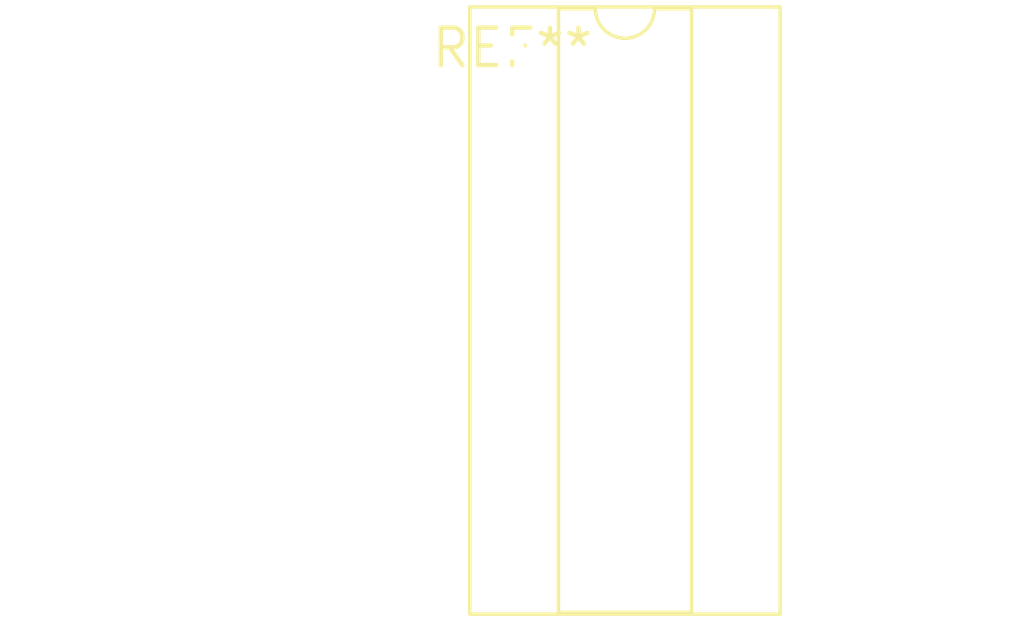
<source format=kicad_pcb>
(kicad_pcb (version 20240108) (generator pcbnew)
  (layers (0 "F.Cu" signal) (31 "B.Cu" signal) (34 "B.Paste" user) (35 "F.Paste" user) (36 "B.SilkS" user "B.Silkscreen") (37 "F.SilkS" user "F.Silkscreen") (38 "B.Mask" user) (39 "F.Mask" user) (44 "Edge.Cuts" user))
  (net 0 "")
  (footprint "DIP-16_W7.62mm_Socket_LongPads" (layer "F.Cu") (at 0 0)
    (property "Reference" "REF**")
    (property "Value" "DIP-16_W7.62mm_Socket_LongPads")
    (fp_line (start -1.44 -1.39) (end -1.44 19.17) (layer "F.SilkS") (stroke (width 0.12)))
    (fp_line (start -1.44 19.17) (end 9.06 19.17) (layer "F.SilkS") (stroke (width 0.12)))
    (fp_line (start 1.56 -1.33) (end 1.56 19.11) (layer "F.SilkS") (stroke (width 0.12)))
    (fp_line (start 1.56 19.11) (end 6.06 19.11) (layer "F.SilkS") (stroke (width 0.12)))
    (fp_line (start 2.81 -1.33) (end 1.56 -1.33) (layer "F.SilkS") (stroke (width 0.12)))
    (fp_line (start 6.06 -1.33) (end 4.81 -1.33) (layer "F.SilkS") (stroke (width 0.12)))
    (fp_line (start 6.06 19.11) (end 6.06 -1.33) (layer "F.SilkS") (stroke (width 0.12)))
    (fp_line (start 9.06 -1.39) (end -1.44 -1.39) (layer "F.SilkS") (stroke (width 0.12)))
    (fp_line (start 9.06 19.17) (end 9.06 -1.39) (layer "F.SilkS") (stroke (width 0.12)))
    (fp_arc (start 4.81 -1.33) (mid 3.81 -0.33) (end 2.81 -1.33) (layer "F.SilkS") (stroke (width 0.12)))
    (pad "1" thru_hole rect (at 0 0) (size 2.4 1.6) (drill 0.8) (layers *.Cu *.Mask) (remove_unused_layers))
    (pad "2" thru_hole oval (at 0 2.54) (size 2.4 1.6) (drill 0.8) (layers *.Cu *.Mask) (remove_unused_layers))
    (pad "3" thru_hole oval (at 0 5.08) (size 2.4 1.6) (drill 0.8) (layers *.Cu *.Mask) (remove_unused_layers))
    (pad "4" thru_hole oval (at 0 7.62) (size 2.4 1.6) (drill 0.8) (layers *.Cu *.Mask) (remove_unused_layers))
    (pad "5" thru_hole oval (at 0 10.16) (size 2.4 1.6) (drill 0.8) (layers *.Cu *.Mask) (remove_unused_layers))
    (pad "6" thru_hole oval (at 0 12.7) (size 2.4 1.6) (drill 0.8) (layers *.Cu *.Mask) (remove_unused_layers))
    (pad "7" thru_hole oval (at 0 15.24) (size 2.4 1.6) (drill 0.8) (layers *.Cu *.Mask) (remove_unused_layers))
    (pad "8" thru_hole oval (at 0 17.78) (size 2.4 1.6) (drill 0.8) (layers *.Cu *.Mask) (remove_unused_layers))
    (pad "9" thru_hole oval (at 7.62 17.78) (size 2.4 1.6) (drill 0.8) (layers *.Cu *.Mask) (remove_unused_layers))
    (pad "10" thru_hole oval (at 7.62 15.24) (size 2.4 1.6) (drill 0.8) (layers *.Cu *.Mask) (remove_unused_layers))
    (pad "11" thru_hole oval (at 7.62 12.7) (size 2.4 1.6) (drill 0.8) (layers *.Cu *.Mask) (remove_unused_layers))
    (pad "12" thru_hole oval (at 7.62 10.16) (size 2.4 1.6) (drill 0.8) (layers *.Cu *.Mask) (remove_unused_layers))
    (pad "13" thru_hole oval (at 7.62 7.62) (size 2.4 1.6) (drill 0.8) (layers *.Cu *.Mask) (remove_unused_layers))
    (pad "14" thru_hole oval (at 7.62 5.08) (size 2.4 1.6) (drill 0.8) (layers *.Cu *.Mask) (remove_unused_layers))
    (pad "15" thru_hole oval (at 7.62 2.54) (size 2.4 1.6) (drill 0.8) (layers *.Cu *.Mask) (remove_unused_layers))
    (pad "16" thru_hole oval (at 7.62 0) (size 2.4 1.6) (drill 0.8) (layers *.Cu *.Mask) (remove_unused_layers))
  )
)
</source>
